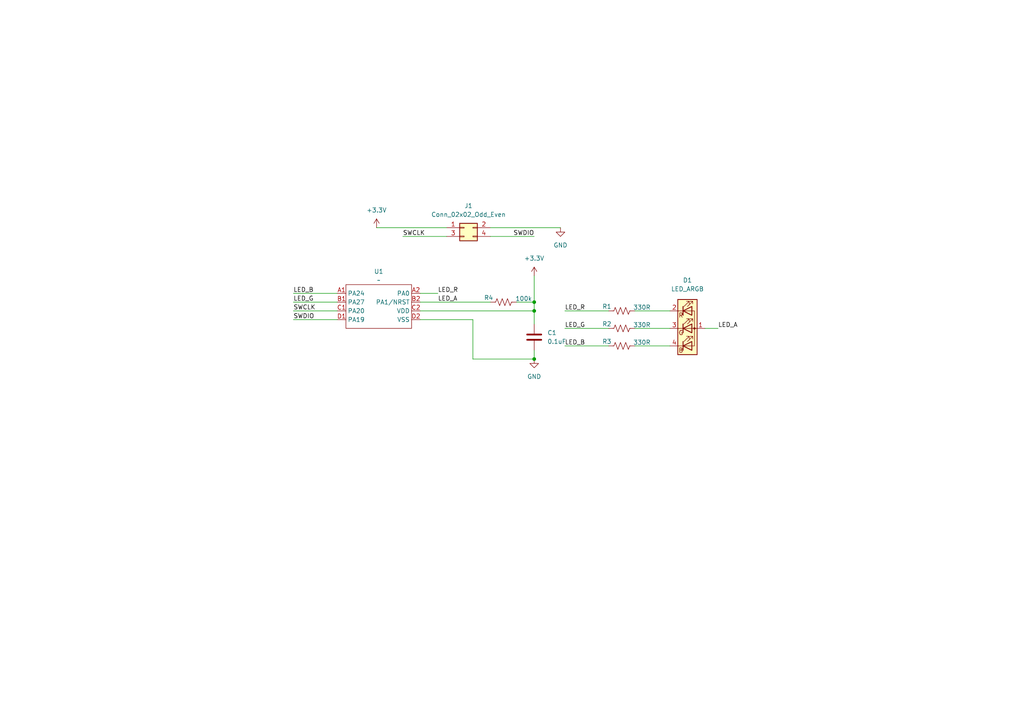
<source format=kicad_sch>
(kicad_sch (version 20250114) (generator "eeschema") (generator_version "9.0")
  (paper "A4")
  (lib_symbols
    (symbol "Connector_Generic:Conn_02x02_Odd_Even" (pin_names (offset 1.016) (hide yes))
      (property "Reference" "J" (at 1.27 2.54 0))
      (property "Value" "Conn_02x02_Odd_Even" (at 1.27 -5.08 0))
      (symbol "Conn_02x02_Odd_Even_1_1"
        (rectangle (start -1.27 1.27) (end 3.81 -3.81) (stroke (width 0.254)) (fill (type background)))
        (rectangle (start -1.27 0.127) (end 0 -0.127) (stroke (width 0.1524)))
        (rectangle (start -1.27 -2.413) (end 0 -2.667) (stroke (width 0.1524)))
        (rectangle (start 3.81 0.127) (end 2.54 -0.127) (stroke (width 0.1524)))
        (rectangle (start 3.81 -2.413) (end 2.54 -2.667) (stroke (width 0.1524)))
        (pin passive line (at -5.08 0 0) (length 3.81) (name "Pin_1") (number "1"))
        (pin passive line (at -5.08 -2.54 0) (length 3.81) (name "Pin_3") (number "3"))
        (pin passive line (at 7.62 0 180) (length 3.81) (name "Pin_2") (number "2"))
        (pin passive line (at 7.62 -2.54 180) (length 3.81) (name "Pin_4") (number "4"))
      )
    )
    (symbol "Device:C" (pin_numbers (hide yes)) (pin_names (offset 0.254))
      (property "Reference" "C" (at 0.635 2.54 0))
      (property "Value" "C" (at 0.635 -2.54 0))
      (symbol "C_0_1"
        (polyline (pts (xy -2.032 0.762) (xy 2.032 0.762)) (stroke (width 0.508)))
        (polyline (pts (xy -2.032 -0.762) (xy 2.032 -0.762)) (stroke (width 0.508)))
      )
      (symbol "C_1_1"
        (pin passive line (at 0 3.81 270) (length 2.794) (name "~") (number "1"))
        (pin passive line (at 0 -3.81 90) (length 2.794) (name "~") (number "2"))
      )
    )
    (symbol "Device:LED_ARGB" (pin_names (offset 0) (hide yes))
      (property "Reference" "D" (at 0 9.398 0))
      (property "Value" "LED_ARGB" (at 0 -8.89 0))
      (symbol "LED_ARGB_0_0"
        (text "R" (at -1.905 3.81 0) (effects (font (size 1.27 1.27))))
        (text "G" (at -1.905 -1.27 0) (effects (font (size 1.27 1.27))))
        (text "B" (at -1.905 -6.35 0) (effects (font (size 1.27 1.27))))
      )
      (symbol "LED_ARGB_0_1"
        (polyline (pts (xy -1.27 6.35) (xy -1.27 3.81)) (stroke (width 0.254)))
        (polyline (pts (xy -1.27 6.35) (xy -1.27 3.81) (xy -1.27 3.81)))
        (polyline (pts (xy -1.27 5.08) (xy -2.54 5.08)))
        (polyline (pts (xy -1.27 5.08) (xy 1.27 5.08)))
        (polyline (pts (xy -1.27 1.27) (xy -1.27 -1.27)) (stroke (width 0.254)))
        (polyline (pts (xy -1.27 1.27) (xy -1.27 -1.27) (xy -1.27 -1.27)))
        (polyline (pts (xy -1.27 0) (xy -2.54 0)))
        (polyline (pts (xy -1.27 -3.81) (xy -1.27 -6.35)) (stroke (width 0.254)))
        (polyline (pts (xy -1.27 -5.08) (xy -2.54 -5.08)))
        (polyline (pts (xy -1.27 -5.08) (xy 1.27 -5.08)))
        (polyline (pts (xy -1.016 6.35) (xy 0.508 7.874) (xy -0.254 7.874) (xy 0.508 7.874) (xy 0.508 7.112)))
        (polyline (pts (xy -1.016 1.27) (xy 0.508 2.794) (xy -0.254 2.794) (xy 0.508 2.794) (xy 0.508 2.032)))
        (polyline (pts (xy -1.016 -3.81) (xy 0.508 -2.286) (xy -0.254 -2.286) (xy 0.508 -2.286) (xy 0.508 -3.048)))
        (polyline (pts (xy 0 6.35) (xy 1.524 7.874) (xy 0.762 7.874) (xy 1.524 7.874) (xy 1.524 7.112)))
        (polyline (pts (xy 0 1.27) (xy 1.524 2.794) (xy 0.762 2.794) (xy 1.524 2.794) (xy 1.524 2.032)))
        (polyline (pts (xy 0 -3.81) (xy 1.524 -2.286) (xy 0.762 -2.286) (xy 1.524 -2.286) (xy 1.524 -3.048)))
        (polyline (pts (xy 1.27 6.35) (xy 1.27 3.81) (xy -1.27 5.08) (xy 1.27 6.35)) (stroke (width 0.254)))
        (rectangle (start 1.27 6.35) (end 1.27 6.35))
        (rectangle (start 1.27 3.81) (end 1.27 6.35))
        (polyline (pts (xy 1.27 1.27) (xy 1.27 -1.27) (xy -1.27 0) (xy 1.27 1.27)) (stroke (width 0.254)))
        (rectangle (start 1.27 1.27) (end 1.27 1.27))
        (polyline (pts (xy 1.27 0) (xy -1.27 0)))
        (polyline (pts (xy 1.27 0) (xy 2.54 0)))
        (rectangle (start 1.27 -1.27) (end 1.27 1.27))
        (polyline (pts (xy 1.27 -3.81) (xy 1.27 -6.35) (xy -1.27 -5.08) (xy 1.27 -3.81)) (stroke (width 0.254)))
        (polyline (pts (xy 1.27 -5.08) (xy 2.032 -5.08) (xy 2.032 5.08) (xy 1.27 5.08)))
        (circle (center 2.032 0) (radius 0.254) (fill (type outline)))
        (rectangle (start 2.794 8.382) (end -2.794 -7.62) (stroke (width 0.254)) (fill (type background)))
      )
      (symbol "LED_ARGB_1_1"
        (pin passive line (at -5.08 5.08 0) (length 2.54) (name "RK") (number "2"))
        (pin passive line (at -5.08 0 0) (length 2.54) (name "GK") (number "3"))
        (pin passive line (at -5.08 -5.08 0) (length 2.54) (name "BK") (number "4"))
        (pin passive line (at 5.08 0 180) (length 2.54) (name "A") (number "1"))
      )
    )
    (symbol "Device:R_US" (pin_numbers (hide yes)) (pin_names (offset 0))
      (property "Reference" "R" (at 2.54 0 90))
      (property "Value" "R_US" (at -2.54 0 90))
      (symbol "R_US_0_1"
        (polyline (pts (xy 0 2.286) (xy 0 2.54)))
        (polyline (pts (xy 0 2.286) (xy 1.016 1.905) (xy 0 1.524) (xy -1.016 1.143) (xy 0 0.762)))
        (polyline (pts (xy 0 0.762) (xy 1.016 0.381) (xy 0 0) (xy -1.016 -0.381) (xy 0 -0.762)))
        (polyline (pts (xy 0 -0.762) (xy 1.016 -1.143) (xy 0 -1.524) (xy -1.016 -1.905) (xy 0 -2.286)))
        (polyline (pts (xy 0 -2.286) (xy 0 -2.54)))
      )
      (symbol "R_US_1_1"
        (pin passive line (at 0 3.81 270) (length 1.27) (name "~") (number "1"))
        (pin passive line (at 0 -3.81 90) (length 1.27) (name "~") (number "2"))
      )
    )
    (symbol "XMSM0C1104S8YCJR:XMSM0C1104S8YCJR"
      (property "Reference" "U" (at 3.048 -11.43 0))
      (symbol "XMSM0C1104S8YCJR_0_1"
        (rectangle (start 2.54 2.54) (end 21.59 -10.16))
      )
      (symbol "XMSM0C1104S8YCJR_1_1"
        (pin bidirectional line (at 0 0 0) (length 2.54) (name "PA24") (number "A1"))
        (pin bidirectional line (at 0 -2.54 0) (length 2.54) (name "PA27") (number "B1"))
        (pin bidirectional line (at 0 -5.08 0) (length 2.54) (name "PA20") (number "C1"))
        (pin bidirectional line (at 0 -7.62 0) (length 2.54) (name "PA19") (number "D1"))
        (pin bidirectional line (at 24.13 0 180) (length 2.54) (name "PA0") (number "A2"))
        (pin bidirectional line (at 24.13 -2.54 180) (length 2.54) (name "PA1/NRST") (number "B2"))
        (pin power_in line (at 24.13 -5.08 180) (length 2.54) (name "VDD") (number "C2"))
        (pin power_in line (at 24.13 -7.62 180) (length 2.54) (name "VSS") (number "D2"))
      )
    )
    (symbol "power:+3.3V" (power) (pin_numbers (hide yes)) (pin_names (offset 0) (hide yes))
      (property "Value" "+3.3V" (at 0 3.556 0))
      (symbol "+3.3V_0_1"
        (polyline (pts (xy -0.762 1.27) (xy 0 2.54)))
        (polyline (pts (xy 0 2.54) (xy 0.762 1.27)))
        (polyline (pts (xy 0 0) (xy 0 2.54)))
      )
      (symbol "+3.3V_1_1"
        (pin power_in line (at 0 0 90) (length 0) (name "~") (number "1"))
      )
    )
    (symbol "power:GND" (power) (pin_numbers (hide yes)) (pin_names (offset 0) (hide yes))
      (property "Value" "GND" (at 0 -3.81 0))
      (symbol "GND_0_1"
        (polyline (pts (xy 0 0) (xy 0 -1.27) (xy 1.27 -1.27) (xy 0 -2.54) (xy -1.27 -1.27) (xy 0 -1.27)))
      )
      (symbol "GND_1_1"
        (pin power_in line (at 0 0 270) (length 0) (name "~") (number "1"))
      )
    )
  )
  (junction (at 154.94 87.63))
  (junction (at 154.94 90.17))
  (junction (at 154.94 104.14))
  (wire (pts (xy 194.31 95.25) (xy 184.15 95.25)))
  (wire (pts (xy 109.22 66.04) (xy 129.54 66.04)))
  (wire (pts (xy 163.83 95.25) (xy 176.53 95.25)))
  (wire (pts (xy 121.92 87.63) (xy 142.24 87.63)))
  (wire (pts (xy 194.31 90.17) (xy 184.15 90.17)))
  (wire (pts (xy 85.09 85.09) (xy 97.79 85.09)))
  (wire (pts (xy 97.79 92.71) (xy 85.09 92.71)))
  (wire (pts (xy 149.86 87.63) (xy 154.94 87.63)))
  (wire (pts (xy 142.24 66.04) (xy 162.56 66.04)))
  (wire (pts (xy 154.94 87.63) (xy 154.94 90.17)))
  (wire (pts (xy 204.47 95.25) (xy 208.28 95.25)))
  (wire (pts (xy 163.83 90.17) (xy 176.53 90.17)))
  (wire (pts (xy 163.83 100.33) (xy 176.53 100.33)))
  (wire (pts (xy 97.79 90.17) (xy 85.09 90.17)))
  (wire (pts (xy 194.31 100.33) (xy 184.15 100.33)))
  (wire (pts (xy 85.09 87.63) (xy 97.79 87.63)))
  (wire (pts (xy 154.94 101.6) (xy 154.94 104.14)))
  (wire (pts (xy 137.16 104.14) (xy 154.94 104.14)))
  (wire (pts (xy 121.92 85.09) (xy 127 85.09)))
  (wire (pts (xy 121.92 92.71) (xy 137.16 92.71)))
  (wire (pts (xy 154.94 90.17) (xy 154.94 93.98)))
  (wire (pts (xy 116.84 68.58) (xy 129.54 68.58)))
  (wire (pts (xy 137.16 104.14) (xy 137.16 92.71)))
  (wire (pts (xy 142.24 68.58) (xy 154.94 68.58)))
  (wire (pts (xy 154.94 80.01) (xy 154.94 87.63)))
  (wire (pts (xy 121.92 90.17) (xy 154.94 90.17)))
  (label "SWCLK" (at 116.84 68.58 0))
  (label "LED_G" (at 163.83 95.25 0))
  (label "LED_G" (at 85.09 87.63 0))
  (label "SWDIO" (at 85.09 92.71 0))
  (label "LED_A" (at 127 87.63 0))
  (label "LED_B" (at 85.09 85.09 0))
  (label "LED_A" (at 208.28 95.25 0))
  (label "SWDIO" (at 154.94 68.58 180))
  (label "SWCLK" (at 85.09 90.17 0))
  (label "LED_R" (at 127 85.09 0))
  (label "LED_B" (at 163.83 100.33 0))
  (label "LED_R" (at 163.83 90.17 0))
  (symbol (lib_id "power:GND") (at 162.56 66.04 0) (unit 1)
    (property "Reference" "#PWR04" (effects (hide yes)))
    (property "Value" "GND" (at 162.56 71.12 0))
    (property "Description" "Power symbol creates a global label with name \"GND\" , ground" (effects (hide yes)))
  )
  (symbol (lib_id "Device:R_US") (at 180.34 100.33 90) (unit 1)
    (property "Reference" "R3" (at 176.022 99.06 90))
    (property "Value" "330R" (at 186.182 99.314 90))
    (property "Footprint" "Resistor_SMD:R_01005_0402Metric" (effects (hide yes)))
    (property "Description" "Resistor, US symbol" (effects (hide yes)))
  )
  (symbol (lib_id "Device:C") (at 154.94 97.79 0) (unit 1)
    (property "Reference" "C1" (at 158.75 96.5199 0) (effects (justify left)))
    (property "Value" "0.1uF" (at 158.75 99.0599 0) (effects (justify left)))
    (property "Footprint" "Capacitor_SMD:C_01005_0402Metric" (effects (hide yes)))
    (property "Description" "Unpolarized capacitor" (effects (hide yes)))
  )
  (symbol (lib_id "power:+3.3V") (at 154.94 80.01 0) (unit 1)
    (property "Reference" "#PWR01" (effects (hide yes)))
    (property "Value" "+3.3V" (at 154.94 74.93 0))
    (property "Description" "Power symbol creates a global label with name \"+3.3V\"" (effects (hide yes)))
  )
  (symbol (lib_id "XMSM0C1104S8YCJR:XMSM0C1104S8YCJR") (at 97.79 85.09 0) (unit 1)
    (property "Reference" "U1" (at 109.855 78.74 0))
    (property "Value" "~" (at 109.855 81.28 0))
    (property "Footprint" "umcu:BGA-8_2x4_0.86x1.6mm" (effects (hide yes)))
    (property "Datasheet" "https://www.ti.com/lit/ds/symlink/mspm0c1104.pdf" (effects (hide yes)))
  )
  (symbol (lib_id "Device:R_US") (at 180.34 90.17 90) (unit 1)
    (property "Reference" "R1" (at 176.022 88.9 90))
    (property "Value" "330R" (at 186.182 89.154 90))
    (property "Footprint" "Resistor_SMD:R_01005_0402Metric" (effects (hide yes)))
    (property "Description" "Resistor, US symbol" (effects (hide yes)))
  )
  (symbol (lib_id "power:GND") (at 154.94 104.14 0) (unit 1)
    (property "Reference" "#PWR02" (effects (hide yes)))
    (property "Value" "GND" (at 154.94 109.22 0))
    (property "Description" "Power symbol creates a global label with name \"GND\" , ground" (effects (hide yes)))
  )
  (symbol (lib_id "Connector_Generic:Conn_02x02_Odd_Even") (at 134.62 66.04 0) (unit 1)
    (property "Reference" "J1" (at 135.89 59.69 0))
    (property "Value" "Conn_02x02_Odd_Even" (at 135.89 62.23 0))
    (property "Footprint" "Connector_PinHeader_2.54mm:PinHeader_2x02_P2.54mm_Vertical" (effects (hide yes)))
    (property "Description" "Generic connector, double row, 02x02, odd/even pin numbering scheme (row 1 odd numbers, row 2 even numbers), script generated (kicad-library-utils/schlib/autogen/connector/)" (effects (hide yes)))
  )
  (symbol (lib_id "Device:R_US") (at 180.34 95.25 90) (unit 1)
    (property "Reference" "R2" (at 176.022 93.98 90))
    (property "Value" "330R" (at 186.182 94.234 90))
    (property "Footprint" "Resistor_SMD:R_01005_0402Metric" (effects (hide yes)))
    (property "Description" "Resistor, US symbol" (effects (hide yes)))
  )
  (symbol (lib_id "Device:LED_ARGB") (at 199.39 95.25 0) (unit 1)
    (property "Reference" "D1" (at 199.39 81.28 0))
    (property "Value" "LED_ARGB" (at 199.39 83.82 0))
    (property "Footprint" "LED_SMD:LED_Wurth_150044M155260" (effects (hide yes)))
    (property "Description" "RGB LED, anode/red/green/blue" (effects (hide yes)))
  )
  (symbol (lib_id "power:+3.3V") (at 109.22 66.04 0) (mirror y) (unit 1)
    (property "Reference" "#PWR03" (effects (hide yes)))
    (property "Value" "+3.3V" (at 109.22 60.96 0))
    (property "Description" "Power symbol creates a global label with name \"+3.3V\"" (effects (hide yes)))
  )
  (symbol (lib_id "Device:R_US") (at 146.05 87.63 90) (unit 1)
    (property "Reference" "R4" (at 141.732 86.36 90))
    (property "Value" "100k" (at 151.892 86.614 90))
    (property "Footprint" "Resistor_SMD:R_01005_0402Metric" (effects (hide yes)))
    (property "Description" "Resistor, US symbol" (effects (hide yes)))
  )
)
</source>
